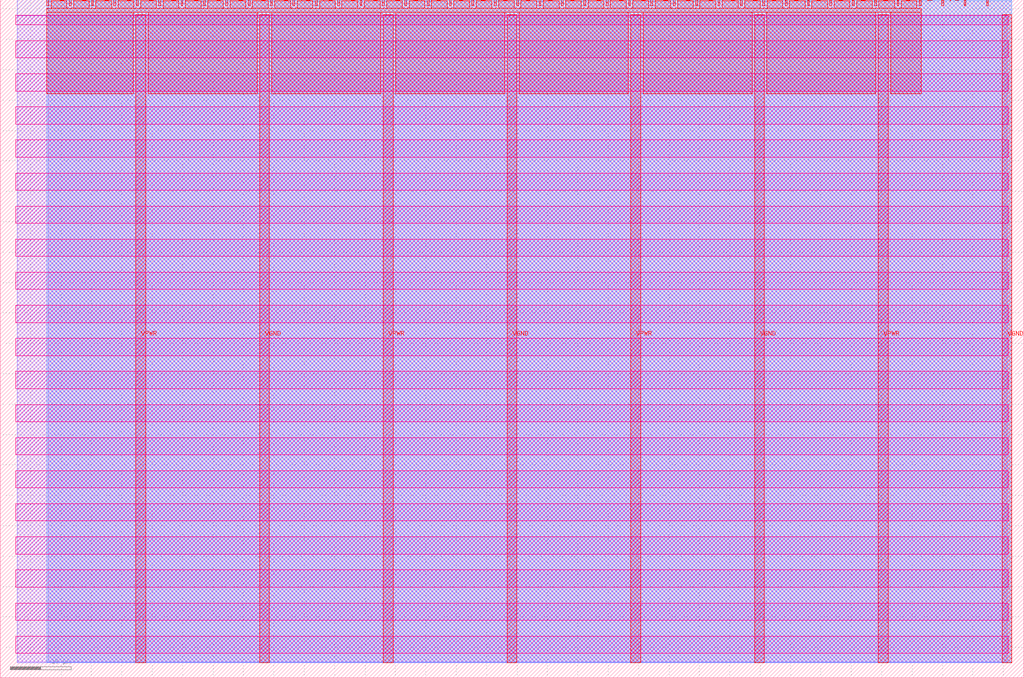
<source format=lef>
VERSION 5.7 ;
  NOWIREEXTENSIONATPIN ON ;
  DIVIDERCHAR "/" ;
  BUSBITCHARS "[]" ;
MACRO tt_um_rs_write_decodifier_fjrn_cinvestav
  CLASS BLOCK ;
  FOREIGN tt_um_rs_write_decodifier_fjrn_cinvestav ;
  ORIGIN 0.000 0.000 ;
  SIZE 168.360 BY 111.520 ;
  PIN VGND
    DIRECTION INOUT ;
    USE GROUND ;
    PORT
      LAYER met4 ;
        RECT 42.670 2.480 44.270 109.040 ;
    END
    PORT
      LAYER met4 ;
        RECT 83.380 2.480 84.980 109.040 ;
    END
    PORT
      LAYER met4 ;
        RECT 124.090 2.480 125.690 109.040 ;
    END
    PORT
      LAYER met4 ;
        RECT 164.800 2.480 166.400 109.040 ;
    END
  END VGND
  PIN VPWR
    DIRECTION INOUT ;
    USE POWER ;
    PORT
      LAYER met4 ;
        RECT 22.315 2.480 23.915 109.040 ;
    END
    PORT
      LAYER met4 ;
        RECT 63.025 2.480 64.625 109.040 ;
    END
    PORT
      LAYER met4 ;
        RECT 103.735 2.480 105.335 109.040 ;
    END
    PORT
      LAYER met4 ;
        RECT 144.445 2.480 146.045 109.040 ;
    END
  END VPWR
  PIN clk
    DIRECTION INPUT ;
    USE SIGNAL ;
    PORT
      LAYER met4 ;
        RECT 158.550 110.520 158.850 111.520 ;
    END
  END clk
  PIN ena
    DIRECTION INPUT ;
    USE SIGNAL ;
    PORT
      LAYER met4 ;
        RECT 162.230 110.520 162.530 111.520 ;
    END
  END ena
  PIN rst_n
    DIRECTION INPUT ;
    USE SIGNAL ;
    PORT
      LAYER met4 ;
        RECT 154.870 110.520 155.170 111.520 ;
    END
  END rst_n
  PIN ui_in[0]
    DIRECTION INPUT ;
    USE SIGNAL ;
    ANTENNAGATEAREA 0.213000 ;
    PORT
      LAYER met4 ;
        RECT 151.190 110.520 151.490 111.520 ;
    END
  END ui_in[0]
  PIN ui_in[1]
    DIRECTION INPUT ;
    USE SIGNAL ;
    ANTENNAGATEAREA 0.213000 ;
    PORT
      LAYER met4 ;
        RECT 147.510 110.520 147.810 111.520 ;
    END
  END ui_in[1]
  PIN ui_in[2]
    DIRECTION INPUT ;
    USE SIGNAL ;
    ANTENNAGATEAREA 0.196500 ;
    PORT
      LAYER met4 ;
        RECT 143.830 110.520 144.130 111.520 ;
    END
  END ui_in[2]
  PIN ui_in[3]
    DIRECTION INPUT ;
    USE SIGNAL ;
    ANTENNAGATEAREA 0.196500 ;
    PORT
      LAYER met4 ;
        RECT 140.150 110.520 140.450 111.520 ;
    END
  END ui_in[3]
  PIN ui_in[4]
    DIRECTION INPUT ;
    USE SIGNAL ;
    ANTENNAGATEAREA 0.196500 ;
    PORT
      LAYER met4 ;
        RECT 136.470 110.520 136.770 111.520 ;
    END
  END ui_in[4]
  PIN ui_in[5]
    DIRECTION INPUT ;
    USE SIGNAL ;
    ANTENNAGATEAREA 0.196500 ;
    PORT
      LAYER met4 ;
        RECT 132.790 110.520 133.090 111.520 ;
    END
  END ui_in[5]
  PIN ui_in[6]
    DIRECTION INPUT ;
    USE SIGNAL ;
    ANTENNAGATEAREA 0.196500 ;
    PORT
      LAYER met4 ;
        RECT 129.110 110.520 129.410 111.520 ;
    END
  END ui_in[6]
  PIN ui_in[7]
    DIRECTION INPUT ;
    USE SIGNAL ;
    ANTENNAGATEAREA 0.196500 ;
    PORT
      LAYER met4 ;
        RECT 125.430 110.520 125.730 111.520 ;
    END
  END ui_in[7]
  PIN uio_in[0]
    DIRECTION INPUT ;
    USE SIGNAL ;
    ANTENNAGATEAREA 0.196500 ;
    PORT
      LAYER met4 ;
        RECT 121.750 110.520 122.050 111.520 ;
    END
  END uio_in[0]
  PIN uio_in[1]
    DIRECTION INPUT ;
    USE SIGNAL ;
    ANTENNAGATEAREA 0.196500 ;
    PORT
      LAYER met4 ;
        RECT 118.070 110.520 118.370 111.520 ;
    END
  END uio_in[1]
  PIN uio_in[2]
    DIRECTION INPUT ;
    USE SIGNAL ;
    ANTENNAGATEAREA 0.196500 ;
    PORT
      LAYER met4 ;
        RECT 114.390 110.520 114.690 111.520 ;
    END
  END uio_in[2]
  PIN uio_in[3]
    DIRECTION INPUT ;
    USE SIGNAL ;
    ANTENNAGATEAREA 0.196500 ;
    PORT
      LAYER met4 ;
        RECT 110.710 110.520 111.010 111.520 ;
    END
  END uio_in[3]
  PIN uio_in[4]
    DIRECTION INPUT ;
    USE SIGNAL ;
    PORT
      LAYER met4 ;
        RECT 107.030 110.520 107.330 111.520 ;
    END
  END uio_in[4]
  PIN uio_in[5]
    DIRECTION INPUT ;
    USE SIGNAL ;
    PORT
      LAYER met4 ;
        RECT 103.350 110.520 103.650 111.520 ;
    END
  END uio_in[5]
  PIN uio_in[6]
    DIRECTION INPUT ;
    USE SIGNAL ;
    PORT
      LAYER met4 ;
        RECT 99.670 110.520 99.970 111.520 ;
    END
  END uio_in[6]
  PIN uio_in[7]
    DIRECTION INPUT ;
    USE SIGNAL ;
    PORT
      LAYER met4 ;
        RECT 95.990 110.520 96.290 111.520 ;
    END
  END uio_in[7]
  PIN uio_oe[0]
    DIRECTION OUTPUT TRISTATE ;
    USE SIGNAL ;
    PORT
      LAYER met4 ;
        RECT 33.430 110.520 33.730 111.520 ;
    END
  END uio_oe[0]
  PIN uio_oe[1]
    DIRECTION OUTPUT TRISTATE ;
    USE SIGNAL ;
    PORT
      LAYER met4 ;
        RECT 29.750 110.520 30.050 111.520 ;
    END
  END uio_oe[1]
  PIN uio_oe[2]
    DIRECTION OUTPUT TRISTATE ;
    USE SIGNAL ;
    PORT
      LAYER met4 ;
        RECT 26.070 110.520 26.370 111.520 ;
    END
  END uio_oe[2]
  PIN uio_oe[3]
    DIRECTION OUTPUT TRISTATE ;
    USE SIGNAL ;
    PORT
      LAYER met4 ;
        RECT 22.390 110.520 22.690 111.520 ;
    END
  END uio_oe[3]
  PIN uio_oe[4]
    DIRECTION OUTPUT TRISTATE ;
    USE SIGNAL ;
    PORT
      LAYER met4 ;
        RECT 18.710 110.520 19.010 111.520 ;
    END
  END uio_oe[4]
  PIN uio_oe[5]
    DIRECTION OUTPUT TRISTATE ;
    USE SIGNAL ;
    PORT
      LAYER met4 ;
        RECT 15.030 110.520 15.330 111.520 ;
    END
  END uio_oe[5]
  PIN uio_oe[6]
    DIRECTION OUTPUT TRISTATE ;
    USE SIGNAL ;
    PORT
      LAYER met4 ;
        RECT 11.350 110.520 11.650 111.520 ;
    END
  END uio_oe[6]
  PIN uio_oe[7]
    DIRECTION OUTPUT TRISTATE ;
    USE SIGNAL ;
    PORT
      LAYER met4 ;
        RECT 7.670 110.520 7.970 111.520 ;
    END
  END uio_oe[7]
  PIN uio_out[0]
    DIRECTION OUTPUT TRISTATE ;
    USE SIGNAL ;
    PORT
      LAYER met4 ;
        RECT 62.870 110.520 63.170 111.520 ;
    END
  END uio_out[0]
  PIN uio_out[1]
    DIRECTION OUTPUT TRISTATE ;
    USE SIGNAL ;
    PORT
      LAYER met4 ;
        RECT 59.190 110.520 59.490 111.520 ;
    END
  END uio_out[1]
  PIN uio_out[2]
    DIRECTION OUTPUT TRISTATE ;
    USE SIGNAL ;
    PORT
      LAYER met4 ;
        RECT 55.510 110.520 55.810 111.520 ;
    END
  END uio_out[2]
  PIN uio_out[3]
    DIRECTION OUTPUT TRISTATE ;
    USE SIGNAL ;
    PORT
      LAYER met4 ;
        RECT 51.830 110.520 52.130 111.520 ;
    END
  END uio_out[3]
  PIN uio_out[4]
    DIRECTION OUTPUT TRISTATE ;
    USE SIGNAL ;
    ANTENNADIFFAREA 0.795200 ;
    PORT
      LAYER met4 ;
        RECT 48.150 110.520 48.450 111.520 ;
    END
  END uio_out[4]
  PIN uio_out[5]
    DIRECTION OUTPUT TRISTATE ;
    USE SIGNAL ;
    ANTENNADIFFAREA 0.795200 ;
    PORT
      LAYER met4 ;
        RECT 44.470 110.520 44.770 111.520 ;
    END
  END uio_out[5]
  PIN uio_out[6]
    DIRECTION OUTPUT TRISTATE ;
    USE SIGNAL ;
    ANTENNADIFFAREA 0.795200 ;
    PORT
      LAYER met4 ;
        RECT 40.790 110.520 41.090 111.520 ;
    END
  END uio_out[6]
  PIN uio_out[7]
    DIRECTION OUTPUT TRISTATE ;
    USE SIGNAL ;
    ANTENNADIFFAREA 0.795200 ;
    PORT
      LAYER met4 ;
        RECT 37.110 110.520 37.410 111.520 ;
    END
  END uio_out[7]
  PIN uo_out[0]
    DIRECTION OUTPUT TRISTATE ;
    USE SIGNAL ;
    ANTENNAGATEAREA 0.990000 ;
    ANTENNADIFFAREA 1.075200 ;
    PORT
      LAYER met4 ;
        RECT 92.310 110.520 92.610 111.520 ;
    END
  END uo_out[0]
  PIN uo_out[1]
    DIRECTION OUTPUT TRISTATE ;
    USE SIGNAL ;
    ANTENNADIFFAREA 1.242000 ;
    PORT
      LAYER met4 ;
        RECT 88.630 110.520 88.930 111.520 ;
    END
  END uo_out[1]
  PIN uo_out[2]
    DIRECTION OUTPUT TRISTATE ;
    USE SIGNAL ;
    ANTENNADIFFAREA 0.795200 ;
    PORT
      LAYER met4 ;
        RECT 84.950 110.520 85.250 111.520 ;
    END
  END uo_out[2]
  PIN uo_out[3]
    DIRECTION OUTPUT TRISTATE ;
    USE SIGNAL ;
    ANTENNADIFFAREA 0.445500 ;
    PORT
      LAYER met4 ;
        RECT 81.270 110.520 81.570 111.520 ;
    END
  END uo_out[3]
  PIN uo_out[4]
    DIRECTION OUTPUT TRISTATE ;
    USE SIGNAL ;
    ANTENNADIFFAREA 0.445500 ;
    PORT
      LAYER met4 ;
        RECT 77.590 110.520 77.890 111.520 ;
    END
  END uo_out[4]
  PIN uo_out[5]
    DIRECTION OUTPUT TRISTATE ;
    USE SIGNAL ;
    ANTENNADIFFAREA 0.795200 ;
    PORT
      LAYER met4 ;
        RECT 73.910 110.520 74.210 111.520 ;
    END
  END uo_out[5]
  PIN uo_out[6]
    DIRECTION OUTPUT TRISTATE ;
    USE SIGNAL ;
    ANTENNADIFFAREA 0.445500 ;
    PORT
      LAYER met4 ;
        RECT 70.230 110.520 70.530 111.520 ;
    END
  END uo_out[6]
  PIN uo_out[7]
    DIRECTION OUTPUT TRISTATE ;
    USE SIGNAL ;
    ANTENNADIFFAREA 0.445500 ;
    PORT
      LAYER met4 ;
        RECT 66.550 110.520 66.850 111.520 ;
    END
  END uo_out[7]
  OBS
      LAYER nwell ;
        RECT 2.570 107.385 165.790 108.990 ;
        RECT 2.570 101.945 165.790 104.775 ;
        RECT 2.570 96.505 165.790 99.335 ;
        RECT 2.570 91.065 165.790 93.895 ;
        RECT 2.570 85.625 165.790 88.455 ;
        RECT 2.570 80.185 165.790 83.015 ;
        RECT 2.570 74.745 165.790 77.575 ;
        RECT 2.570 69.305 165.790 72.135 ;
        RECT 2.570 63.865 165.790 66.695 ;
        RECT 2.570 58.425 165.790 61.255 ;
        RECT 2.570 52.985 165.790 55.815 ;
        RECT 2.570 47.545 165.790 50.375 ;
        RECT 2.570 42.105 165.790 44.935 ;
        RECT 2.570 36.665 165.790 39.495 ;
        RECT 2.570 31.225 165.790 34.055 ;
        RECT 2.570 25.785 165.790 28.615 ;
        RECT 2.570 20.345 165.790 23.175 ;
        RECT 2.570 14.905 165.790 17.735 ;
        RECT 2.570 9.465 165.790 12.295 ;
        RECT 2.570 4.025 165.790 6.855 ;
      LAYER li1 ;
        RECT 2.760 2.635 165.600 108.885 ;
      LAYER met1 ;
        RECT 2.760 2.480 166.400 111.480 ;
      LAYER met2 ;
        RECT 7.910 2.535 166.370 111.510 ;
      LAYER met3 ;
        RECT 7.630 2.555 166.390 111.345 ;
      LAYER met4 ;
        RECT 8.370 110.120 10.950 111.345 ;
        RECT 12.050 110.120 14.630 111.345 ;
        RECT 15.730 110.120 18.310 111.345 ;
        RECT 19.410 110.120 21.990 111.345 ;
        RECT 23.090 110.120 25.670 111.345 ;
        RECT 26.770 110.120 29.350 111.345 ;
        RECT 30.450 110.120 33.030 111.345 ;
        RECT 34.130 110.120 36.710 111.345 ;
        RECT 37.810 110.120 40.390 111.345 ;
        RECT 41.490 110.120 44.070 111.345 ;
        RECT 45.170 110.120 47.750 111.345 ;
        RECT 48.850 110.120 51.430 111.345 ;
        RECT 52.530 110.120 55.110 111.345 ;
        RECT 56.210 110.120 58.790 111.345 ;
        RECT 59.890 110.120 62.470 111.345 ;
        RECT 63.570 110.120 66.150 111.345 ;
        RECT 67.250 110.120 69.830 111.345 ;
        RECT 70.930 110.120 73.510 111.345 ;
        RECT 74.610 110.120 77.190 111.345 ;
        RECT 78.290 110.120 80.870 111.345 ;
        RECT 81.970 110.120 84.550 111.345 ;
        RECT 85.650 110.120 88.230 111.345 ;
        RECT 89.330 110.120 91.910 111.345 ;
        RECT 93.010 110.120 95.590 111.345 ;
        RECT 96.690 110.120 99.270 111.345 ;
        RECT 100.370 110.120 102.950 111.345 ;
        RECT 104.050 110.120 106.630 111.345 ;
        RECT 107.730 110.120 110.310 111.345 ;
        RECT 111.410 110.120 113.990 111.345 ;
        RECT 115.090 110.120 117.670 111.345 ;
        RECT 118.770 110.120 121.350 111.345 ;
        RECT 122.450 110.120 125.030 111.345 ;
        RECT 126.130 110.120 128.710 111.345 ;
        RECT 129.810 110.120 132.390 111.345 ;
        RECT 133.490 110.120 136.070 111.345 ;
        RECT 137.170 110.120 139.750 111.345 ;
        RECT 140.850 110.120 143.430 111.345 ;
        RECT 144.530 110.120 147.110 111.345 ;
        RECT 148.210 110.120 150.790 111.345 ;
        RECT 7.655 109.440 151.505 110.120 ;
        RECT 7.655 96.055 21.915 109.440 ;
        RECT 24.315 96.055 42.270 109.440 ;
        RECT 44.670 96.055 62.625 109.440 ;
        RECT 65.025 96.055 82.980 109.440 ;
        RECT 85.380 96.055 103.335 109.440 ;
        RECT 105.735 96.055 123.690 109.440 ;
        RECT 126.090 96.055 144.045 109.440 ;
        RECT 146.445 96.055 151.505 109.440 ;
  END
END tt_um_rs_write_decodifier_fjrn_cinvestav
END LIBRARY


</source>
